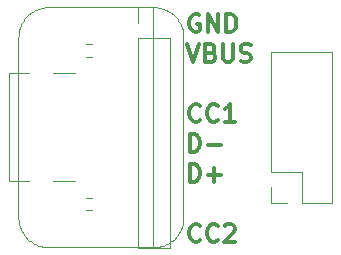
<source format=gbr>
%TF.GenerationSoftware,KiCad,Pcbnew,8.0.0-8.0.0-1~ubuntu22.04.1*%
%TF.CreationDate,2024-02-29T22:18:46-05:00*%
%TF.ProjectId,ezUSB,657a5553-422e-46b6-9963-61645f706362,rev?*%
%TF.SameCoordinates,Original*%
%TF.FileFunction,Legend,Top*%
%TF.FilePolarity,Positive*%
%FSLAX46Y46*%
G04 Gerber Fmt 4.6, Leading zero omitted, Abs format (unit mm)*
G04 Created by KiCad (PCBNEW 8.0.0-8.0.0-1~ubuntu22.04.1) date 2024-02-29 22:18:46*
%MOMM*%
%LPD*%
G01*
G04 APERTURE LIST*
%ADD10C,0.049999*%
%ADD11C,0.300000*%
%ADD12C,0.120000*%
G04 APERTURE END LIST*
D10*
X63818953Y-95647570D02*
X63944050Y-95656877D01*
X73346817Y-75369266D02*
X73219700Y-75353113D01*
X73579126Y-95583395D02*
X73698721Y-95550207D01*
X61533306Y-77749291D02*
X61530001Y-77879999D01*
X62460256Y-95084779D02*
X62558855Y-95161590D01*
X73085951Y-95656877D02*
X73211048Y-95647570D01*
X61579257Y-93617843D02*
X61606605Y-93739125D01*
X61956751Y-94529192D02*
X62028410Y-94631145D01*
X74380138Y-75773792D02*
X74277082Y-75707724D01*
X74569745Y-95084779D02*
X74664783Y-95002904D01*
X62362163Y-75999845D02*
X62273950Y-76083948D01*
X61543115Y-77620298D02*
X61533306Y-77749291D01*
X62273950Y-76083948D02*
X62189847Y-76172161D01*
X75448396Y-77368101D02*
X75420034Y-77245214D01*
X61836566Y-76669284D02*
X61780473Y-76778804D01*
X74061194Y-75590471D02*
X73948682Y-75539605D01*
X75487571Y-93371047D02*
X75496878Y-93245951D01*
X62859286Y-75646564D02*
X62752919Y-75707724D01*
X75300394Y-76891317D02*
X75249528Y-76778804D01*
X62028410Y-94631145D02*
X62105221Y-94729744D01*
X61530001Y-93119999D02*
X61530001Y-77880001D01*
X63213580Y-95511264D02*
X63331280Y-95550207D01*
X62105221Y-94729744D02*
X62187096Y-94824782D01*
X75066207Y-76459861D02*
X74995391Y-76360277D01*
X75066207Y-76459861D02*
X74995391Y-76360277D01*
X63683184Y-75369268D02*
X63558102Y-75391605D01*
X75256460Y-94205298D02*
X75306654Y-94092015D01*
X62110014Y-76264323D02*
X62034609Y-76360277D01*
X74664783Y-95002904D02*
X74756051Y-94916050D01*
X64070001Y-75340002D02*
X72960000Y-75340002D01*
X74264096Y-95299672D02*
X74369193Y-95233249D01*
X61729607Y-76891316D02*
X61684128Y-77006662D01*
X73211048Y-95647570D02*
X73335081Y-95632163D01*
X73948682Y-75539605D02*
X73833337Y-75494126D01*
X75486886Y-77620300D02*
X75470733Y-77493183D01*
X61559268Y-77493182D02*
X61543115Y-77620298D01*
X75470733Y-77493183D02*
X75448396Y-77368101D01*
X75390208Y-93858720D02*
X75423396Y-93739125D01*
X73594785Y-75419966D02*
X73471898Y-75391603D01*
X62649863Y-75773792D02*
X62550279Y-75844608D01*
X75139672Y-94424095D02*
X75200771Y-94316061D01*
X72960000Y-95659999D02*
X64070001Y-95659999D01*
X61579257Y-93617843D02*
X61606605Y-93739125D01*
X63572158Y-95610743D02*
X63694920Y-95632163D01*
X62187096Y-94824782D02*
X62273950Y-94916050D01*
X61543115Y-77620298D02*
X61533306Y-77749291D01*
X72960000Y-95659999D02*
X72960000Y-75340002D01*
X75496878Y-93245951D02*
X75500000Y-93119999D01*
X61773540Y-94205298D02*
X61829230Y-94316061D01*
X75385806Y-77124681D02*
X75345873Y-77006662D01*
X72960000Y-95659999D02*
X72960000Y-75340002D01*
X74919987Y-76264324D02*
X74840153Y-76172161D01*
X61644195Y-77124680D02*
X61609967Y-77245213D01*
X73346817Y-75369266D02*
X73219700Y-75353113D01*
X62558855Y-95161590D02*
X62660808Y-95233249D01*
X73816421Y-95511264D02*
X73932016Y-95466653D01*
X62984702Y-95416460D02*
X63097985Y-95466653D01*
X75256460Y-94205298D02*
X75306654Y-94092015D01*
X75139672Y-94424095D02*
X75200771Y-94316061D01*
X61963794Y-76459861D02*
X61897726Y-76562917D01*
X73085951Y-95656877D02*
X73211048Y-95647570D01*
X73833337Y-75494126D02*
X73715318Y-75454193D01*
X62460256Y-95084779D02*
X62558855Y-95161590D01*
X63314683Y-75454194D02*
X63196664Y-75494127D01*
X61639793Y-93858720D02*
X61678736Y-93976420D01*
X75450744Y-93617843D02*
X75472164Y-93495080D01*
X62187096Y-94824782D02*
X62273950Y-94916050D01*
X74045299Y-95416460D02*
X74156062Y-95360770D01*
X61542430Y-93371047D02*
X61557837Y-93495080D01*
X61609967Y-77245213D02*
X61581605Y-77368100D01*
X61723347Y-94092015D02*
X61773540Y-94205298D01*
X63558102Y-75391605D02*
X63435216Y-75419967D01*
X74277082Y-75707724D02*
X74170714Y-75646564D01*
X75073250Y-94529192D02*
X75139672Y-94424095D01*
X73948682Y-75539605D02*
X73833337Y-75494126D01*
X75420034Y-77245214D02*
X75385806Y-77124681D01*
X62558855Y-95161590D02*
X62660808Y-95233249D01*
X73335081Y-95632163D02*
X73457843Y-95610743D01*
X73090708Y-75343305D02*
X72960000Y-75340000D01*
X63213580Y-95511264D02*
X63331280Y-95550207D01*
X62273950Y-94916050D02*
X62365218Y-95002904D01*
X61780473Y-76778804D02*
X61729607Y-76891316D01*
X73715318Y-75454193D02*
X73594785Y-75419966D01*
X75345873Y-77006662D02*
X75300394Y-76891317D01*
X63939293Y-75343306D02*
X63810301Y-75353115D01*
X75420034Y-77245214D02*
X75385806Y-77124681D01*
X63314683Y-75454194D02*
X63196664Y-75494127D01*
X74756051Y-76083948D02*
X74667838Y-75999845D01*
X74156062Y-95360770D02*
X74264096Y-95299672D01*
X74369193Y-95233249D02*
X74471146Y-95161590D01*
X73579126Y-95583395D02*
X73698721Y-95550207D01*
X63331280Y-95550207D02*
X63450875Y-95583395D01*
X73816421Y-95511264D02*
X73932016Y-95466653D01*
X63944050Y-95656877D02*
X64070001Y-95659999D01*
X62968806Y-75590472D02*
X62859286Y-75646564D01*
X61644195Y-77124680D02*
X61609967Y-77245213D01*
X61533123Y-93245951D02*
X61542430Y-93371047D01*
X61780473Y-76778804D02*
X61729607Y-76891316D01*
X75390208Y-93858720D02*
X75423396Y-93739125D01*
X62365218Y-95002904D02*
X62460256Y-95084779D01*
X63097985Y-95466653D02*
X63213580Y-95511264D01*
X73594785Y-75419966D02*
X73471898Y-75391603D01*
X74479722Y-75844607D02*
X74380138Y-75773792D01*
X74919987Y-76264324D02*
X74840153Y-76172161D01*
X75001590Y-94631145D02*
X75073250Y-94529192D01*
X75200771Y-94316061D02*
X75256460Y-94205298D01*
X61897726Y-76562917D02*
X61836566Y-76669284D01*
X62454326Y-75920012D02*
X62362163Y-75999845D01*
X62189847Y-76172161D02*
X62110014Y-76264323D01*
X62273950Y-76083948D02*
X62189847Y-76172161D01*
X62660808Y-95233249D02*
X62765905Y-95299671D01*
X62110014Y-76264323D02*
X62034609Y-76360277D01*
X74471146Y-95161590D02*
X74569745Y-95084779D01*
X75423396Y-93739125D02*
X75450744Y-93617843D01*
X63572158Y-95610743D02*
X63694920Y-95632163D01*
X61956751Y-94529192D02*
X62028410Y-94631145D01*
X75351265Y-93976420D02*
X75390208Y-93858720D01*
X61533306Y-77749291D02*
X61530001Y-77879999D01*
X75385806Y-77124681D02*
X75345873Y-77006662D01*
X73219700Y-75353113D02*
X73090708Y-75343305D01*
X62365218Y-95002904D02*
X62460256Y-95084779D01*
X73932016Y-95466653D02*
X74045299Y-95416460D01*
X61836566Y-76669284D02*
X61780473Y-76778804D01*
X64070001Y-75340002D02*
X63939293Y-75343306D01*
X62649863Y-75773792D02*
X62550279Y-75844608D01*
X75496695Y-77749292D02*
X75486886Y-77620300D01*
X74277082Y-75707724D02*
X74170714Y-75646564D01*
X61729607Y-76891316D02*
X61684128Y-77006662D01*
X63331280Y-95550207D02*
X63450875Y-95583395D01*
X75470733Y-77493183D02*
X75448396Y-77368101D01*
X61639793Y-93858720D02*
X61678736Y-93976420D01*
X75472164Y-93495080D02*
X75487571Y-93371047D01*
X62550279Y-75844608D02*
X62454326Y-75920012D01*
X62984702Y-95416460D02*
X63097985Y-95466653D01*
X63450875Y-95583395D02*
X63572158Y-95610743D01*
X75500000Y-77880001D02*
X75496695Y-77749292D01*
X63081319Y-75539606D02*
X62968806Y-75590472D01*
X75073250Y-94529192D02*
X75139672Y-94424095D01*
X63944050Y-95656877D02*
X64070001Y-95659999D01*
X62752919Y-75707724D02*
X62649863Y-75773792D01*
X61559268Y-77493182D02*
X61543115Y-77620298D01*
X74995391Y-76360277D02*
X74919987Y-76264324D01*
X74667838Y-75999845D02*
X74575675Y-75920012D01*
X63683184Y-75369268D02*
X63558102Y-75391605D01*
X73090708Y-75343305D02*
X72960000Y-75340000D01*
X63810301Y-75353115D02*
X63683184Y-75369268D01*
X62859286Y-75646564D02*
X62752919Y-75707724D01*
X63081319Y-75539606D02*
X62968806Y-75590472D01*
X63196664Y-75494127D02*
X63081319Y-75539606D01*
X73219700Y-75353113D02*
X73090708Y-75343305D01*
X63435216Y-75419967D02*
X63314683Y-75454194D01*
X62660808Y-95233249D02*
X62765905Y-95299671D01*
X63810301Y-75353115D02*
X63683184Y-75369268D01*
X75500000Y-77880001D02*
X75496695Y-77749292D01*
X74170714Y-75646564D02*
X74061194Y-75590471D01*
X75486886Y-77620300D02*
X75470733Y-77493183D01*
X74840153Y-76172161D02*
X74756051Y-76083948D01*
X74667838Y-75999845D02*
X74575675Y-75920012D01*
X61530001Y-93119999D02*
X61530001Y-77880001D01*
X62765905Y-95299671D02*
X62873939Y-95360770D01*
X62550279Y-75844608D02*
X62454326Y-75920012D01*
X62034609Y-76360277D02*
X61963794Y-76459861D01*
X61557837Y-93495080D02*
X61579257Y-93617843D01*
X73833337Y-75494126D02*
X73715318Y-75454193D01*
X73471898Y-75391603D02*
X73346817Y-75369266D01*
X73932016Y-95466653D02*
X74045299Y-95416460D01*
X73335081Y-95632163D02*
X73457843Y-95610743D01*
X75306654Y-94092015D02*
X75351265Y-93976420D01*
X61684128Y-77006662D02*
X61644195Y-77124680D01*
X74756051Y-94916050D02*
X74842905Y-94824782D01*
X74264096Y-95299672D02*
X74369193Y-95233249D01*
X62454326Y-75920012D02*
X62362163Y-75999845D01*
X61890329Y-94424095D02*
X61956751Y-94529192D01*
X62105221Y-94729744D02*
X62187096Y-94824782D01*
X75450744Y-93617843D02*
X75472164Y-93495080D01*
X62752919Y-75707724D02*
X62649863Y-75773792D01*
X75423396Y-93739125D02*
X75450744Y-93617843D01*
X74924780Y-94729744D02*
X75001590Y-94631145D01*
X61963794Y-76459861D02*
X61897726Y-76562917D01*
X63435216Y-75419967D02*
X63314683Y-75454194D01*
X61533123Y-93245951D02*
X61542430Y-93371047D01*
X74380138Y-75773792D02*
X74277082Y-75707724D01*
X63694920Y-95632163D02*
X63818953Y-95647570D01*
X63097985Y-95466653D02*
X63213580Y-95511264D01*
X75448396Y-77368101D02*
X75420034Y-77245214D01*
X74369193Y-95233249D02*
X74471146Y-95161590D01*
X74664783Y-95002904D02*
X74756051Y-94916050D01*
X75496878Y-93245951D02*
X75500000Y-93119999D01*
X62765905Y-95299671D02*
X62873939Y-95360770D01*
X75300394Y-76891317D02*
X75249528Y-76778804D01*
X63694920Y-95632163D02*
X63818953Y-95647570D01*
X74569745Y-95084779D02*
X74664783Y-95002904D01*
X72960000Y-95659999D02*
X73085951Y-95656877D01*
X75193435Y-76669285D02*
X75132275Y-76562917D01*
X74842905Y-94824782D02*
X74924780Y-94729744D01*
X61723347Y-94092015D02*
X61773540Y-94205298D01*
X74575675Y-75920012D02*
X74479722Y-75844607D01*
X73698721Y-95550207D02*
X73816421Y-95511264D01*
X61890329Y-94424095D02*
X61956751Y-94529192D01*
X75200771Y-94316061D02*
X75256460Y-94205298D01*
X75500000Y-77880001D02*
X75500000Y-93119999D01*
X73471898Y-75391603D02*
X73346817Y-75369266D01*
X61773540Y-94205298D02*
X61829230Y-94316061D01*
X75001590Y-94631145D02*
X75073250Y-94529192D01*
X74924780Y-94729744D02*
X75001590Y-94631145D01*
X73715318Y-75454193D02*
X73594785Y-75419966D01*
X64070001Y-75340002D02*
X72960000Y-75340002D01*
X75496695Y-77749292D02*
X75486886Y-77620300D01*
X63196664Y-75494127D02*
X63081319Y-75539606D01*
X61684128Y-77006662D02*
X61644195Y-77124680D01*
X61581605Y-77368100D02*
X61559268Y-77493182D01*
X74045299Y-95416460D02*
X74156062Y-95360770D01*
X62873939Y-95360770D02*
X62984702Y-95416460D01*
X73211048Y-95647570D02*
X73335081Y-95632163D01*
X62028410Y-94631145D02*
X62105221Y-94729744D01*
X73457843Y-95610743D02*
X73579126Y-95583395D01*
X75132275Y-76562917D02*
X75066207Y-76459861D01*
X61609967Y-77245213D02*
X61581605Y-77368100D01*
X61678736Y-93976420D02*
X61723347Y-94092015D01*
X61606605Y-93739125D02*
X61639793Y-93858720D01*
X75193435Y-76669285D02*
X75132275Y-76562917D01*
X61678736Y-93976420D02*
X61723347Y-94092015D01*
X74756051Y-76083948D02*
X74667838Y-75999845D01*
X72960000Y-95659999D02*
X64070001Y-95659999D01*
X61530001Y-93119999D02*
X61533123Y-93245951D01*
X61829230Y-94316061D02*
X61890329Y-94424095D01*
X61581605Y-77368100D02*
X61559268Y-77493182D01*
X74170714Y-75646564D02*
X74061194Y-75590471D01*
X62968806Y-75590472D02*
X62859286Y-75646564D01*
X62362163Y-75999845D02*
X62273950Y-76083948D01*
X72960000Y-95659999D02*
X73085951Y-95656877D01*
X61557837Y-93495080D02*
X61579257Y-93617843D01*
X74842905Y-94824782D02*
X74924780Y-94729744D01*
X75132275Y-76562917D02*
X75066207Y-76459861D01*
X73457843Y-95610743D02*
X73579126Y-95583395D01*
X62273950Y-94916050D02*
X62365218Y-95002904D01*
X75500000Y-77880001D02*
X75500000Y-93119999D01*
X74995391Y-76360277D02*
X74919987Y-76264324D01*
X74471146Y-95161590D02*
X74569745Y-95084779D01*
X75345873Y-77006662D02*
X75300394Y-76891317D01*
X74575675Y-75920012D02*
X74479722Y-75844607D01*
X75472164Y-93495080D02*
X75487571Y-93371047D01*
X63818953Y-95647570D02*
X63944050Y-95656877D01*
X63450875Y-95583395D02*
X63572158Y-95610743D01*
X61606605Y-93739125D02*
X61639793Y-93858720D01*
X75487571Y-93371047D02*
X75496878Y-93245951D01*
X62189847Y-76172161D02*
X62110014Y-76264323D01*
X62034609Y-76360277D02*
X61963794Y-76459861D01*
X74479722Y-75844607D02*
X74380138Y-75773792D01*
X63939293Y-75343306D02*
X63810301Y-75353115D01*
X62873939Y-95360770D02*
X62984702Y-95416460D01*
X75351265Y-93976420D02*
X75390208Y-93858720D01*
X74156062Y-95360770D02*
X74264096Y-95299672D01*
X61542430Y-93371047D02*
X61557837Y-93495080D01*
X61897726Y-76562917D02*
X61836566Y-76669284D01*
X74756051Y-94916050D02*
X74842905Y-94824782D01*
X61829230Y-94316061D02*
X61890329Y-94424095D01*
X64070001Y-75340002D02*
X63939293Y-75343306D01*
X61530001Y-93119999D02*
X61533123Y-93245951D01*
X63558102Y-75391605D02*
X63435216Y-75419967D01*
X75249528Y-76778804D02*
X75193435Y-76669285D01*
X73698721Y-95550207D02*
X73816421Y-95511264D01*
X74840153Y-76172161D02*
X74756051Y-76083948D01*
X75249528Y-76778804D02*
X75193435Y-76669285D01*
X75306654Y-94092015D02*
X75351265Y-93976420D01*
X74061194Y-75590471D02*
X73948682Y-75539605D01*
D11*
X75840225Y-78461828D02*
X76340225Y-79961828D01*
X76340225Y-79961828D02*
X76840225Y-78461828D01*
X77840224Y-79176114D02*
X78054510Y-79247542D01*
X78054510Y-79247542D02*
X78125939Y-79318971D01*
X78125939Y-79318971D02*
X78197367Y-79461828D01*
X78197367Y-79461828D02*
X78197367Y-79676114D01*
X78197367Y-79676114D02*
X78125939Y-79818971D01*
X78125939Y-79818971D02*
X78054510Y-79890400D01*
X78054510Y-79890400D02*
X77911653Y-79961828D01*
X77911653Y-79961828D02*
X77340224Y-79961828D01*
X77340224Y-79961828D02*
X77340224Y-78461828D01*
X77340224Y-78461828D02*
X77840224Y-78461828D01*
X77840224Y-78461828D02*
X77983082Y-78533257D01*
X77983082Y-78533257D02*
X78054510Y-78604685D01*
X78054510Y-78604685D02*
X78125939Y-78747542D01*
X78125939Y-78747542D02*
X78125939Y-78890400D01*
X78125939Y-78890400D02*
X78054510Y-79033257D01*
X78054510Y-79033257D02*
X77983082Y-79104685D01*
X77983082Y-79104685D02*
X77840224Y-79176114D01*
X77840224Y-79176114D02*
X77340224Y-79176114D01*
X78840224Y-78461828D02*
X78840224Y-79676114D01*
X78840224Y-79676114D02*
X78911653Y-79818971D01*
X78911653Y-79818971D02*
X78983082Y-79890400D01*
X78983082Y-79890400D02*
X79125939Y-79961828D01*
X79125939Y-79961828D02*
X79411653Y-79961828D01*
X79411653Y-79961828D02*
X79554510Y-79890400D01*
X79554510Y-79890400D02*
X79625939Y-79818971D01*
X79625939Y-79818971D02*
X79697367Y-79676114D01*
X79697367Y-79676114D02*
X79697367Y-78461828D01*
X80340225Y-79890400D02*
X80554511Y-79961828D01*
X80554511Y-79961828D02*
X80911653Y-79961828D01*
X80911653Y-79961828D02*
X81054511Y-79890400D01*
X81054511Y-79890400D02*
X81125939Y-79818971D01*
X81125939Y-79818971D02*
X81197368Y-79676114D01*
X81197368Y-79676114D02*
X81197368Y-79533257D01*
X81197368Y-79533257D02*
X81125939Y-79390400D01*
X81125939Y-79390400D02*
X81054511Y-79318971D01*
X81054511Y-79318971D02*
X80911653Y-79247542D01*
X80911653Y-79247542D02*
X80625939Y-79176114D01*
X80625939Y-79176114D02*
X80483082Y-79104685D01*
X80483082Y-79104685D02*
X80411653Y-79033257D01*
X80411653Y-79033257D02*
X80340225Y-78890400D01*
X80340225Y-78890400D02*
X80340225Y-78747542D01*
X80340225Y-78747542D02*
X80411653Y-78604685D01*
X80411653Y-78604685D02*
X80483082Y-78533257D01*
X80483082Y-78533257D02*
X80625939Y-78461828D01*
X80625939Y-78461828D02*
X80983082Y-78461828D01*
X80983082Y-78461828D02*
X81197368Y-78533257D01*
X76054510Y-87581828D02*
X76054510Y-86081828D01*
X76054510Y-86081828D02*
X76411653Y-86081828D01*
X76411653Y-86081828D02*
X76625939Y-86153257D01*
X76625939Y-86153257D02*
X76768796Y-86296114D01*
X76768796Y-86296114D02*
X76840225Y-86438971D01*
X76840225Y-86438971D02*
X76911653Y-86724685D01*
X76911653Y-86724685D02*
X76911653Y-86938971D01*
X76911653Y-86938971D02*
X76840225Y-87224685D01*
X76840225Y-87224685D02*
X76768796Y-87367542D01*
X76768796Y-87367542D02*
X76625939Y-87510400D01*
X76625939Y-87510400D02*
X76411653Y-87581828D01*
X76411653Y-87581828D02*
X76054510Y-87581828D01*
X77554510Y-87010400D02*
X78697368Y-87010400D01*
X76840225Y-75993257D02*
X76697368Y-75921828D01*
X76697368Y-75921828D02*
X76483082Y-75921828D01*
X76483082Y-75921828D02*
X76268796Y-75993257D01*
X76268796Y-75993257D02*
X76125939Y-76136114D01*
X76125939Y-76136114D02*
X76054510Y-76278971D01*
X76054510Y-76278971D02*
X75983082Y-76564685D01*
X75983082Y-76564685D02*
X75983082Y-76778971D01*
X75983082Y-76778971D02*
X76054510Y-77064685D01*
X76054510Y-77064685D02*
X76125939Y-77207542D01*
X76125939Y-77207542D02*
X76268796Y-77350400D01*
X76268796Y-77350400D02*
X76483082Y-77421828D01*
X76483082Y-77421828D02*
X76625939Y-77421828D01*
X76625939Y-77421828D02*
X76840225Y-77350400D01*
X76840225Y-77350400D02*
X76911653Y-77278971D01*
X76911653Y-77278971D02*
X76911653Y-76778971D01*
X76911653Y-76778971D02*
X76625939Y-76778971D01*
X77554510Y-77421828D02*
X77554510Y-75921828D01*
X77554510Y-75921828D02*
X78411653Y-77421828D01*
X78411653Y-77421828D02*
X78411653Y-75921828D01*
X79125939Y-77421828D02*
X79125939Y-75921828D01*
X79125939Y-75921828D02*
X79483082Y-75921828D01*
X79483082Y-75921828D02*
X79697368Y-75993257D01*
X79697368Y-75993257D02*
X79840225Y-76136114D01*
X79840225Y-76136114D02*
X79911654Y-76278971D01*
X79911654Y-76278971D02*
X79983082Y-76564685D01*
X79983082Y-76564685D02*
X79983082Y-76778971D01*
X79983082Y-76778971D02*
X79911654Y-77064685D01*
X79911654Y-77064685D02*
X79840225Y-77207542D01*
X79840225Y-77207542D02*
X79697368Y-77350400D01*
X79697368Y-77350400D02*
X79483082Y-77421828D01*
X79483082Y-77421828D02*
X79125939Y-77421828D01*
X76911653Y-84898971D02*
X76840225Y-84970400D01*
X76840225Y-84970400D02*
X76625939Y-85041828D01*
X76625939Y-85041828D02*
X76483082Y-85041828D01*
X76483082Y-85041828D02*
X76268796Y-84970400D01*
X76268796Y-84970400D02*
X76125939Y-84827542D01*
X76125939Y-84827542D02*
X76054510Y-84684685D01*
X76054510Y-84684685D02*
X75983082Y-84398971D01*
X75983082Y-84398971D02*
X75983082Y-84184685D01*
X75983082Y-84184685D02*
X76054510Y-83898971D01*
X76054510Y-83898971D02*
X76125939Y-83756114D01*
X76125939Y-83756114D02*
X76268796Y-83613257D01*
X76268796Y-83613257D02*
X76483082Y-83541828D01*
X76483082Y-83541828D02*
X76625939Y-83541828D01*
X76625939Y-83541828D02*
X76840225Y-83613257D01*
X76840225Y-83613257D02*
X76911653Y-83684685D01*
X78411653Y-84898971D02*
X78340225Y-84970400D01*
X78340225Y-84970400D02*
X78125939Y-85041828D01*
X78125939Y-85041828D02*
X77983082Y-85041828D01*
X77983082Y-85041828D02*
X77768796Y-84970400D01*
X77768796Y-84970400D02*
X77625939Y-84827542D01*
X77625939Y-84827542D02*
X77554510Y-84684685D01*
X77554510Y-84684685D02*
X77483082Y-84398971D01*
X77483082Y-84398971D02*
X77483082Y-84184685D01*
X77483082Y-84184685D02*
X77554510Y-83898971D01*
X77554510Y-83898971D02*
X77625939Y-83756114D01*
X77625939Y-83756114D02*
X77768796Y-83613257D01*
X77768796Y-83613257D02*
X77983082Y-83541828D01*
X77983082Y-83541828D02*
X78125939Y-83541828D01*
X78125939Y-83541828D02*
X78340225Y-83613257D01*
X78340225Y-83613257D02*
X78411653Y-83684685D01*
X79840225Y-85041828D02*
X78983082Y-85041828D01*
X79411653Y-85041828D02*
X79411653Y-83541828D01*
X79411653Y-83541828D02*
X79268796Y-83756114D01*
X79268796Y-83756114D02*
X79125939Y-83898971D01*
X79125939Y-83898971D02*
X78983082Y-83970400D01*
X76911653Y-95058971D02*
X76840225Y-95130400D01*
X76840225Y-95130400D02*
X76625939Y-95201828D01*
X76625939Y-95201828D02*
X76483082Y-95201828D01*
X76483082Y-95201828D02*
X76268796Y-95130400D01*
X76268796Y-95130400D02*
X76125939Y-94987542D01*
X76125939Y-94987542D02*
X76054510Y-94844685D01*
X76054510Y-94844685D02*
X75983082Y-94558971D01*
X75983082Y-94558971D02*
X75983082Y-94344685D01*
X75983082Y-94344685D02*
X76054510Y-94058971D01*
X76054510Y-94058971D02*
X76125939Y-93916114D01*
X76125939Y-93916114D02*
X76268796Y-93773257D01*
X76268796Y-93773257D02*
X76483082Y-93701828D01*
X76483082Y-93701828D02*
X76625939Y-93701828D01*
X76625939Y-93701828D02*
X76840225Y-93773257D01*
X76840225Y-93773257D02*
X76911653Y-93844685D01*
X78411653Y-95058971D02*
X78340225Y-95130400D01*
X78340225Y-95130400D02*
X78125939Y-95201828D01*
X78125939Y-95201828D02*
X77983082Y-95201828D01*
X77983082Y-95201828D02*
X77768796Y-95130400D01*
X77768796Y-95130400D02*
X77625939Y-94987542D01*
X77625939Y-94987542D02*
X77554510Y-94844685D01*
X77554510Y-94844685D02*
X77483082Y-94558971D01*
X77483082Y-94558971D02*
X77483082Y-94344685D01*
X77483082Y-94344685D02*
X77554510Y-94058971D01*
X77554510Y-94058971D02*
X77625939Y-93916114D01*
X77625939Y-93916114D02*
X77768796Y-93773257D01*
X77768796Y-93773257D02*
X77983082Y-93701828D01*
X77983082Y-93701828D02*
X78125939Y-93701828D01*
X78125939Y-93701828D02*
X78340225Y-93773257D01*
X78340225Y-93773257D02*
X78411653Y-93844685D01*
X78983082Y-93844685D02*
X79054510Y-93773257D01*
X79054510Y-93773257D02*
X79197368Y-93701828D01*
X79197368Y-93701828D02*
X79554510Y-93701828D01*
X79554510Y-93701828D02*
X79697368Y-93773257D01*
X79697368Y-93773257D02*
X79768796Y-93844685D01*
X79768796Y-93844685D02*
X79840225Y-93987542D01*
X79840225Y-93987542D02*
X79840225Y-94130400D01*
X79840225Y-94130400D02*
X79768796Y-94344685D01*
X79768796Y-94344685D02*
X78911653Y-95201828D01*
X78911653Y-95201828D02*
X79840225Y-95201828D01*
X76054510Y-90121828D02*
X76054510Y-88621828D01*
X76054510Y-88621828D02*
X76411653Y-88621828D01*
X76411653Y-88621828D02*
X76625939Y-88693257D01*
X76625939Y-88693257D02*
X76768796Y-88836114D01*
X76768796Y-88836114D02*
X76840225Y-88978971D01*
X76840225Y-88978971D02*
X76911653Y-89264685D01*
X76911653Y-89264685D02*
X76911653Y-89478971D01*
X76911653Y-89478971D02*
X76840225Y-89764685D01*
X76840225Y-89764685D02*
X76768796Y-89907542D01*
X76768796Y-89907542D02*
X76625939Y-90050400D01*
X76625939Y-90050400D02*
X76411653Y-90121828D01*
X76411653Y-90121828D02*
X76054510Y-90121828D01*
X77554510Y-89550400D02*
X78697368Y-89550400D01*
X78125939Y-90121828D02*
X78125939Y-88978971D01*
D12*
%TO.C,J4*%
X71670000Y-75295000D02*
X73000000Y-75295000D01*
X71670000Y-76625000D02*
X71670000Y-75295000D01*
X71670000Y-77895000D02*
X71670000Y-95735000D01*
X71670000Y-77895000D02*
X74330000Y-77895000D01*
X71670000Y-95735000D02*
X74330000Y-95735000D01*
X74330000Y-77895000D02*
X74330000Y-95735000D01*
%TO.C,R2*%
X67245276Y-91477500D02*
X67754724Y-91477500D01*
X67245276Y-92522500D02*
X67754724Y-92522500D01*
%TO.C,J2*%
X60715000Y-80920000D02*
X62420000Y-80920000D01*
X60715000Y-90080000D02*
X60715000Y-80920000D01*
X62420000Y-90080000D02*
X60715000Y-90080000D01*
X64430000Y-90080000D02*
X66350000Y-90080000D01*
X66350000Y-80920000D02*
X64430000Y-80920000D01*
%TO.C,R1*%
X67245276Y-78477500D02*
X67754724Y-78477500D01*
X67245276Y-79522500D02*
X67754724Y-79522500D01*
%TO.C,J3*%
X82895000Y-79085000D02*
X88095000Y-79085000D01*
X82895000Y-89305000D02*
X82895000Y-79085000D01*
X82895000Y-89305000D02*
X85495000Y-89305000D01*
X82895000Y-90575000D02*
X82895000Y-91905000D01*
X82895000Y-91905000D02*
X84225000Y-91905000D01*
X85495000Y-89305000D02*
X85495000Y-91905000D01*
X85495000Y-91905000D02*
X88095000Y-91905000D01*
X88095000Y-91905000D02*
X88095000Y-79085000D01*
%TD*%
M02*

</source>
